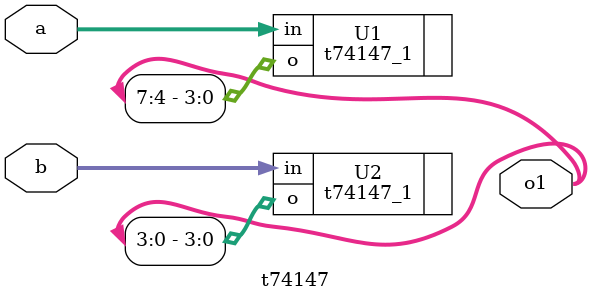
<source format=v>
module t74147 (a,b, o1);
input [8:0] a,b;
output [7:0] o1;

t74147_1 U1 (.in(a), .o(o1[7:4]));
t74147_1 U2 (.in(b), .o(o1[3:0]));

endmodule

</source>
